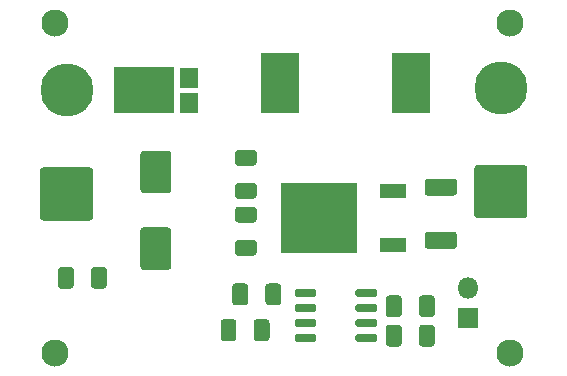
<source format=gbr>
%TF.GenerationSoftware,KiCad,Pcbnew,5.1.6*%
%TF.CreationDate,2020-09-21T04:05:30+02:00*%
%TF.ProjectId,AL8853_Led_driver,414c3838-3533-45f4-9c65-645f64726976,rev?*%
%TF.SameCoordinates,Original*%
%TF.FileFunction,Soldermask,Top*%
%TF.FilePolarity,Negative*%
%FSLAX46Y46*%
G04 Gerber Fmt 4.6, Leading zero omitted, Abs format (unit mm)*
G04 Created by KiCad (PCBNEW 5.1.6) date 2020-09-21 04:05:30*
%MOMM*%
%LPD*%
G01*
G04 APERTURE LIST*
%ADD10O,1.800000X1.800000*%
%ADD11R,1.800000X1.800000*%
%ADD12C,2.300000*%
%ADD13R,6.500000X5.900000*%
%ADD14R,2.300000X1.300000*%
%ADD15R,3.200000X5.100000*%
%ADD16C,4.500000*%
%ADD17R,5.060000X3.900000*%
%ADD18R,1.540000X1.700000*%
G04 APERTURE END LIST*
%TO.C,U1*%
G36*
G01*
X99440000Y-126540000D02*
X99440000Y-126190000D01*
G75*
G02*
X99615000Y-126015000I175000J0D01*
G01*
X101115000Y-126015000D01*
G75*
G02*
X101290000Y-126190000I0J-175000D01*
G01*
X101290000Y-126540000D01*
G75*
G02*
X101115000Y-126715000I-175000J0D01*
G01*
X99615000Y-126715000D01*
G75*
G02*
X99440000Y-126540000I0J175000D01*
G01*
G37*
G36*
G01*
X99440000Y-127810000D02*
X99440000Y-127460000D01*
G75*
G02*
X99615000Y-127285000I175000J0D01*
G01*
X101115000Y-127285000D01*
G75*
G02*
X101290000Y-127460000I0J-175000D01*
G01*
X101290000Y-127810000D01*
G75*
G02*
X101115000Y-127985000I-175000J0D01*
G01*
X99615000Y-127985000D01*
G75*
G02*
X99440000Y-127810000I0J175000D01*
G01*
G37*
G36*
G01*
X99440000Y-129080000D02*
X99440000Y-128730000D01*
G75*
G02*
X99615000Y-128555000I175000J0D01*
G01*
X101115000Y-128555000D01*
G75*
G02*
X101290000Y-128730000I0J-175000D01*
G01*
X101290000Y-129080000D01*
G75*
G02*
X101115000Y-129255000I-175000J0D01*
G01*
X99615000Y-129255000D01*
G75*
G02*
X99440000Y-129080000I0J175000D01*
G01*
G37*
G36*
G01*
X99440000Y-130350000D02*
X99440000Y-130000000D01*
G75*
G02*
X99615000Y-129825000I175000J0D01*
G01*
X101115000Y-129825000D01*
G75*
G02*
X101290000Y-130000000I0J-175000D01*
G01*
X101290000Y-130350000D01*
G75*
G02*
X101115000Y-130525000I-175000J0D01*
G01*
X99615000Y-130525000D01*
G75*
G02*
X99440000Y-130350000I0J175000D01*
G01*
G37*
G36*
G01*
X94290000Y-130350000D02*
X94290000Y-130000000D01*
G75*
G02*
X94465000Y-129825000I175000J0D01*
G01*
X95965000Y-129825000D01*
G75*
G02*
X96140000Y-130000000I0J-175000D01*
G01*
X96140000Y-130350000D01*
G75*
G02*
X95965000Y-130525000I-175000J0D01*
G01*
X94465000Y-130525000D01*
G75*
G02*
X94290000Y-130350000I0J175000D01*
G01*
G37*
G36*
G01*
X94290000Y-129080000D02*
X94290000Y-128730000D01*
G75*
G02*
X94465000Y-128555000I175000J0D01*
G01*
X95965000Y-128555000D01*
G75*
G02*
X96140000Y-128730000I0J-175000D01*
G01*
X96140000Y-129080000D01*
G75*
G02*
X95965000Y-129255000I-175000J0D01*
G01*
X94465000Y-129255000D01*
G75*
G02*
X94290000Y-129080000I0J175000D01*
G01*
G37*
G36*
G01*
X94290000Y-127810000D02*
X94290000Y-127460000D01*
G75*
G02*
X94465000Y-127285000I175000J0D01*
G01*
X95965000Y-127285000D01*
G75*
G02*
X96140000Y-127460000I0J-175000D01*
G01*
X96140000Y-127810000D01*
G75*
G02*
X95965000Y-127985000I-175000J0D01*
G01*
X94465000Y-127985000D01*
G75*
G02*
X94290000Y-127810000I0J175000D01*
G01*
G37*
G36*
G01*
X94290000Y-126540000D02*
X94290000Y-126190000D01*
G75*
G02*
X94465000Y-126015000I175000J0D01*
G01*
X95965000Y-126015000D01*
G75*
G02*
X96140000Y-126190000I0J-175000D01*
G01*
X96140000Y-126540000D01*
G75*
G02*
X95965000Y-126715000I-175000J0D01*
G01*
X94465000Y-126715000D01*
G75*
G02*
X94290000Y-126540000I0J175000D01*
G01*
G37*
%TD*%
D10*
%TO.C,J2*%
X109000000Y-125960000D03*
D11*
X109000000Y-128500000D03*
%TD*%
D12*
%TO.C,REF\u002A\u002A*%
X112500000Y-131500000D03*
%TD*%
%TO.C,REF\u002A\u002A*%
X74000000Y-131500000D03*
%TD*%
%TO.C,REF\u002A\u002A*%
X74000000Y-103500000D03*
%TD*%
%TO.C,REF\u002A\u002A*%
X112500000Y-103500000D03*
%TD*%
%TO.C,R1*%
G36*
G01*
X104825000Y-128155000D02*
X104825000Y-126845000D01*
G75*
G02*
X105095000Y-126575000I270000J0D01*
G01*
X105905000Y-126575000D01*
G75*
G02*
X106175000Y-126845000I0J-270000D01*
G01*
X106175000Y-128155000D01*
G75*
G02*
X105905000Y-128425000I-270000J0D01*
G01*
X105095000Y-128425000D01*
G75*
G02*
X104825000Y-128155000I0J270000D01*
G01*
G37*
G36*
G01*
X102025000Y-128155000D02*
X102025000Y-126845000D01*
G75*
G02*
X102295000Y-126575000I270000J0D01*
G01*
X103105000Y-126575000D01*
G75*
G02*
X103375000Y-126845000I0J-270000D01*
G01*
X103375000Y-128155000D01*
G75*
G02*
X103105000Y-128425000I-270000J0D01*
G01*
X102295000Y-128425000D01*
G75*
G02*
X102025000Y-128155000I0J270000D01*
G01*
G37*
%TD*%
%TO.C,R6*%
G36*
G01*
X75605000Y-124440000D02*
X75605000Y-125750000D01*
G75*
G02*
X75335000Y-126020000I-270000J0D01*
G01*
X74525000Y-126020000D01*
G75*
G02*
X74255000Y-125750000I0J270000D01*
G01*
X74255000Y-124440000D01*
G75*
G02*
X74525000Y-124170000I270000J0D01*
G01*
X75335000Y-124170000D01*
G75*
G02*
X75605000Y-124440000I0J-270000D01*
G01*
G37*
G36*
G01*
X78405000Y-124440000D02*
X78405000Y-125750000D01*
G75*
G02*
X78135000Y-126020000I-270000J0D01*
G01*
X77325000Y-126020000D01*
G75*
G02*
X77055000Y-125750000I0J270000D01*
G01*
X77055000Y-124440000D01*
G75*
G02*
X77325000Y-124170000I270000J0D01*
G01*
X78135000Y-124170000D01*
G75*
G02*
X78405000Y-124440000I0J-270000D01*
G01*
G37*
%TD*%
%TO.C,R5*%
G36*
G01*
X90825000Y-120430000D02*
X89515000Y-120430000D01*
G75*
G02*
X89245000Y-120160000I0J270000D01*
G01*
X89245000Y-119350000D01*
G75*
G02*
X89515000Y-119080000I270000J0D01*
G01*
X90825000Y-119080000D01*
G75*
G02*
X91095000Y-119350000I0J-270000D01*
G01*
X91095000Y-120160000D01*
G75*
G02*
X90825000Y-120430000I-270000J0D01*
G01*
G37*
G36*
G01*
X90825000Y-123230000D02*
X89515000Y-123230000D01*
G75*
G02*
X89245000Y-122960000I0J270000D01*
G01*
X89245000Y-122150000D01*
G75*
G02*
X89515000Y-121880000I270000J0D01*
G01*
X90825000Y-121880000D01*
G75*
G02*
X91095000Y-122150000I0J-270000D01*
G01*
X91095000Y-122960000D01*
G75*
G02*
X90825000Y-123230000I-270000J0D01*
G01*
G37*
%TD*%
%TO.C,R4*%
G36*
G01*
X90825000Y-115610000D02*
X89515000Y-115610000D01*
G75*
G02*
X89245000Y-115340000I0J270000D01*
G01*
X89245000Y-114530000D01*
G75*
G02*
X89515000Y-114260000I270000J0D01*
G01*
X90825000Y-114260000D01*
G75*
G02*
X91095000Y-114530000I0J-270000D01*
G01*
X91095000Y-115340000D01*
G75*
G02*
X90825000Y-115610000I-270000J0D01*
G01*
G37*
G36*
G01*
X90825000Y-118410000D02*
X89515000Y-118410000D01*
G75*
G02*
X89245000Y-118140000I0J270000D01*
G01*
X89245000Y-117330000D01*
G75*
G02*
X89515000Y-117060000I270000J0D01*
G01*
X90825000Y-117060000D01*
G75*
G02*
X91095000Y-117330000I0J-270000D01*
G01*
X91095000Y-118140000D01*
G75*
G02*
X90825000Y-118410000I-270000J0D01*
G01*
G37*
%TD*%
%TO.C,R3*%
G36*
G01*
X105573518Y-121195000D02*
X107786482Y-121195000D01*
G75*
G02*
X108055000Y-121463518I0J-268518D01*
G01*
X108055000Y-122376482D01*
G75*
G02*
X107786482Y-122645000I-268518J0D01*
G01*
X105573518Y-122645000D01*
G75*
G02*
X105305000Y-122376482I0J268518D01*
G01*
X105305000Y-121463518D01*
G75*
G02*
X105573518Y-121195000I268518J0D01*
G01*
G37*
G36*
G01*
X105573518Y-116695000D02*
X107786482Y-116695000D01*
G75*
G02*
X108055000Y-116963518I0J-268518D01*
G01*
X108055000Y-117876482D01*
G75*
G02*
X107786482Y-118145000I-268518J0D01*
G01*
X105573518Y-118145000D01*
G75*
G02*
X105305000Y-117876482I0J268518D01*
G01*
X105305000Y-116963518D01*
G75*
G02*
X105573518Y-116695000I268518J0D01*
G01*
G37*
%TD*%
D13*
%TO.C,Q1*%
X96325000Y-120015000D03*
D14*
X102625000Y-117735000D03*
X102625000Y-122295000D03*
%TD*%
D15*
%TO.C,L1*%
X104140000Y-108585000D03*
X93040000Y-108585000D03*
%TD*%
D16*
%TO.C,J3*%
X75000000Y-109200000D03*
G36*
G01*
X76994319Y-120250000D02*
X73005681Y-120250000D01*
G75*
G02*
X72750000Y-119994319I0J255681D01*
G01*
X72750000Y-116005681D01*
G75*
G02*
X73005681Y-115750000I255681J0D01*
G01*
X76994319Y-115750000D01*
G75*
G02*
X77250000Y-116005681I0J-255681D01*
G01*
X77250000Y-119994319D01*
G75*
G02*
X76994319Y-120250000I-255681J0D01*
G01*
G37*
%TD*%
%TO.C,J1*%
X111760000Y-109000000D03*
G36*
G01*
X113754319Y-120050000D02*
X109765681Y-120050000D01*
G75*
G02*
X109510000Y-119794319I0J255681D01*
G01*
X109510000Y-115805681D01*
G75*
G02*
X109765681Y-115550000I255681J0D01*
G01*
X113754319Y-115550000D01*
G75*
G02*
X114010000Y-115805681I0J-255681D01*
G01*
X114010000Y-119794319D01*
G75*
G02*
X113754319Y-120050000I-255681J0D01*
G01*
G37*
%TD*%
D17*
%TO.C,D2*%
X81530000Y-109220000D03*
D18*
X85330000Y-110285000D03*
X85330000Y-108155000D03*
%TD*%
%TO.C,C4*%
G36*
G01*
X90375000Y-125845000D02*
X90375000Y-127155000D01*
G75*
G02*
X90105000Y-127425000I-270000J0D01*
G01*
X89295000Y-127425000D01*
G75*
G02*
X89025000Y-127155000I0J270000D01*
G01*
X89025000Y-125845000D01*
G75*
G02*
X89295000Y-125575000I270000J0D01*
G01*
X90105000Y-125575000D01*
G75*
G02*
X90375000Y-125845000I0J-270000D01*
G01*
G37*
G36*
G01*
X93175000Y-125845000D02*
X93175000Y-127155000D01*
G75*
G02*
X92905000Y-127425000I-270000J0D01*
G01*
X92095000Y-127425000D01*
G75*
G02*
X91825000Y-127155000I0J270000D01*
G01*
X91825000Y-125845000D01*
G75*
G02*
X92095000Y-125575000I270000J0D01*
G01*
X92905000Y-125575000D01*
G75*
G02*
X93175000Y-125845000I0J-270000D01*
G01*
G37*
%TD*%
%TO.C,C3*%
G36*
G01*
X81510000Y-120830000D02*
X83590000Y-120830000D01*
G75*
G02*
X83850000Y-121090000I0J-260000D01*
G01*
X83850000Y-124170000D01*
G75*
G02*
X83590000Y-124430000I-260000J0D01*
G01*
X81510000Y-124430000D01*
G75*
G02*
X81250000Y-124170000I0J260000D01*
G01*
X81250000Y-121090000D01*
G75*
G02*
X81510000Y-120830000I260000J0D01*
G01*
G37*
G36*
G01*
X81510000Y-114330000D02*
X83590000Y-114330000D01*
G75*
G02*
X83850000Y-114590000I0J-260000D01*
G01*
X83850000Y-117670000D01*
G75*
G02*
X83590000Y-117930000I-260000J0D01*
G01*
X81510000Y-117930000D01*
G75*
G02*
X81250000Y-117670000I0J260000D01*
G01*
X81250000Y-114590000D01*
G75*
G02*
X81510000Y-114330000I260000J0D01*
G01*
G37*
%TD*%
%TO.C,C2*%
G36*
G01*
X104825000Y-130655000D02*
X104825000Y-129345000D01*
G75*
G02*
X105095000Y-129075000I270000J0D01*
G01*
X105905000Y-129075000D01*
G75*
G02*
X106175000Y-129345000I0J-270000D01*
G01*
X106175000Y-130655000D01*
G75*
G02*
X105905000Y-130925000I-270000J0D01*
G01*
X105095000Y-130925000D01*
G75*
G02*
X104825000Y-130655000I0J270000D01*
G01*
G37*
G36*
G01*
X102025000Y-130655000D02*
X102025000Y-129345000D01*
G75*
G02*
X102295000Y-129075000I270000J0D01*
G01*
X103105000Y-129075000D01*
G75*
G02*
X103375000Y-129345000I0J-270000D01*
G01*
X103375000Y-130655000D01*
G75*
G02*
X103105000Y-130925000I-270000J0D01*
G01*
X102295000Y-130925000D01*
G75*
G02*
X102025000Y-130655000I0J270000D01*
G01*
G37*
%TD*%
%TO.C,C1*%
G36*
G01*
X89375000Y-128885000D02*
X89375000Y-130195000D01*
G75*
G02*
X89105000Y-130465000I-270000J0D01*
G01*
X88295000Y-130465000D01*
G75*
G02*
X88025000Y-130195000I0J270000D01*
G01*
X88025000Y-128885000D01*
G75*
G02*
X88295000Y-128615000I270000J0D01*
G01*
X89105000Y-128615000D01*
G75*
G02*
X89375000Y-128885000I0J-270000D01*
G01*
G37*
G36*
G01*
X92175000Y-128885000D02*
X92175000Y-130195000D01*
G75*
G02*
X91905000Y-130465000I-270000J0D01*
G01*
X91095000Y-130465000D01*
G75*
G02*
X90825000Y-130195000I0J270000D01*
G01*
X90825000Y-128885000D01*
G75*
G02*
X91095000Y-128615000I270000J0D01*
G01*
X91905000Y-128615000D01*
G75*
G02*
X92175000Y-128885000I0J-270000D01*
G01*
G37*
%TD*%
M02*

</source>
